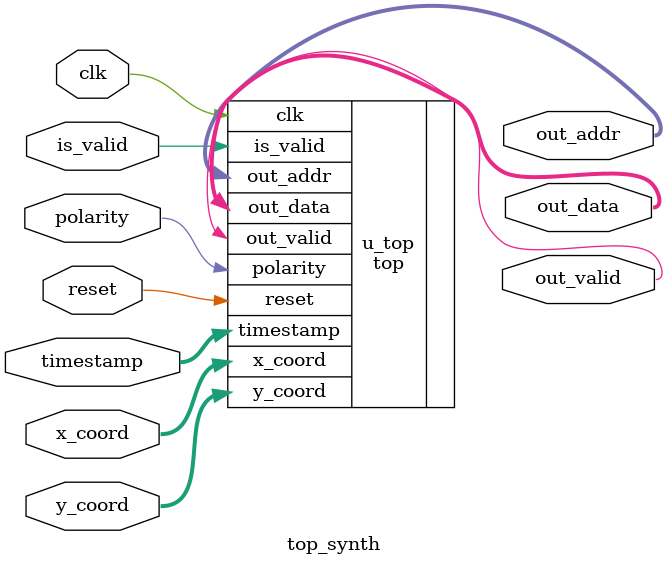
<source format=v>
module top_synth #(
    // Sensor resolution [for this demo - 128x128]
    parameter MAX_X_COORD    = 128,
    parameter MAX_Y_COORD    = 128,

    // Timestamp and coordinate values precision
    parameter INPUT_BIT_TIME = 32,
    parameter INPUT_BIT_X    = 8,
    parameter INPUT_BIT_Y    = 8
)( 
    input                         clk,          // System clock (200MHz)
    input                         reset,        // System reset
    input  [INPUT_BIT_TIME-1: 0]  timestamp,    // Input events timestamp
    input  [INPUT_BIT_X-1 : 0]    x_coord,      // Input events x coordinate
    input  [INPUT_BIT_Y-1 : 0]    y_coord,      // Input events x coordinate
    input                         polarity,     // Input events polarity
    input                         is_valid,     // The is_valid flag for input events

    output [5 : 0]  out_addr,     // Output feature map element address
    output [7 : 0]  out_data,     // Output feature map element data
    output          out_valid     // The is_valid flag for output feature map
);

    top #(
        .MAX_X_COORD ( MAX_X_COORD ),
        .MAX_Y_COORD ( MAX_Y_COORD )
    ) u_top (
        .clk        ( clk         ),
        .reset      ( reset       ),
        .timestamp  ( timestamp   ),
        .x_coord    ( x_coord     ),
        .y_coord    ( y_coord     ),
        .polarity   ( polarity    ),
        .is_valid   ( is_valid    ),
        .out_addr   ( out_addr    ),
        .out_data   ( out_data    ),
        .out_valid  ( out_valid   )
    );

endmodule

</source>
